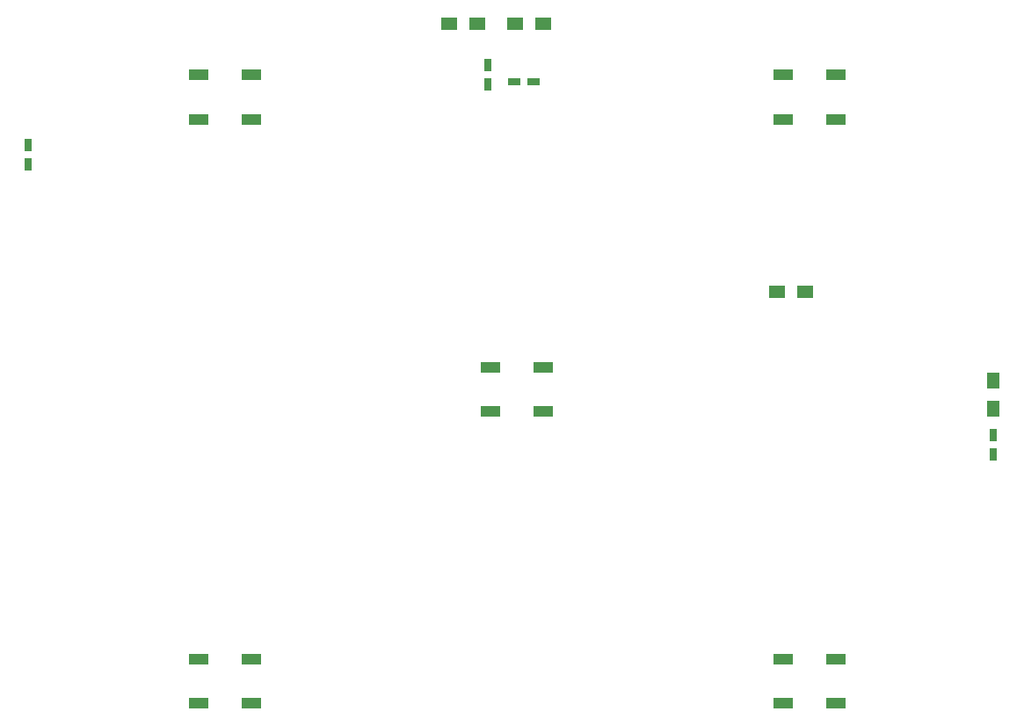
<source format=gbr>
G04 #@! TF.FileFunction,Paste,Top*
%FSLAX46Y46*%
G04 Gerber Fmt 4.6, Leading zero omitted, Abs format (unit mm)*
G04 Created by KiCad (PCBNEW 4.0.6) date 09/02/17 13:52:09*
%MOMM*%
%LPD*%
G01*
G04 APERTURE LIST*
%ADD10C,0.100000*%
%ADD11R,1.981200X0.990600*%
%ADD12R,1.500000X1.300000*%
%ADD13R,1.300000X1.500000*%
%ADD14R,1.200000X0.750000*%
%ADD15R,0.750000X1.200000*%
G04 APERTURE END LIST*
D10*
D11*
X169862500Y-84563000D03*
X169862500Y-80283000D03*
X164782500Y-84563000D03*
X164782500Y-80283000D03*
X141706600Y-112693500D03*
X141706600Y-108413500D03*
X136626600Y-112693500D03*
X136626600Y-108413500D03*
X113538000Y-140824000D03*
X113538000Y-136544000D03*
X108458000Y-140824000D03*
X108458000Y-136544000D03*
X169862500Y-140824000D03*
X169862500Y-136544000D03*
X164782500Y-140824000D03*
X164782500Y-136544000D03*
X113538000Y-84563000D03*
X113538000Y-80283000D03*
X108458000Y-84563000D03*
X108458000Y-80283000D03*
D12*
X135335000Y-75311000D03*
X132635000Y-75311000D03*
X138985000Y-75311000D03*
X141685000Y-75311000D03*
X164194500Y-101155500D03*
X166894500Y-101155500D03*
D13*
X185039000Y-112411500D03*
X185039000Y-109711500D03*
D14*
X140777000Y-80962500D03*
X138877000Y-80962500D03*
D15*
X92075000Y-86997500D03*
X92075000Y-88897500D03*
X136334500Y-79314000D03*
X136334500Y-81214000D03*
X185039000Y-114937500D03*
X185039000Y-116837500D03*
M02*

</source>
